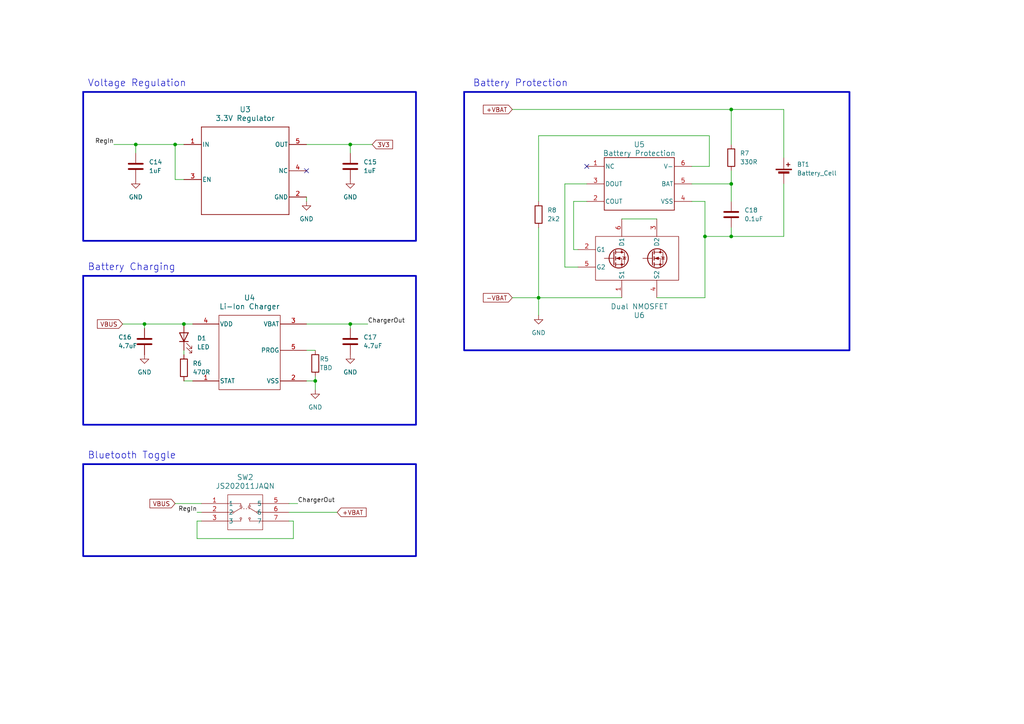
<source format=kicad_sch>
(kicad_sch (version 20230121) (generator eeschema)
  (paper "A4")
  (title_block (company "Jean-Christophe Gauthier"))
  (lib_symbols
    (symbol "Analog_Macropad_v02:3.3V Regulator" (pin_names (offset 0.254))
      (property "Reference" "U" (at 0 2.54 0))
      (property "Value" "3.3V Regulator" (at 0 0 0))
      (symbol "3.3V Regulator_0_1"
        (polyline (pts (xy -12.7 -12.7) (xy 12.7 -12.7)) (stroke (width 0.2032)))
        (polyline (pts (xy -12.7 12.7) (xy -12.7 -12.7)) (stroke (width 0.2032)))
        (polyline (pts (xy 12.7 -12.7) (xy 12.7 12.7)) (stroke (width 0.2032)))
        (polyline (pts (xy 12.7 12.7) (xy -12.7 12.7)) (stroke (width 0.2032)))
        (pin power_in line (at -17.78 7.62 0) (length 5.08) (name "IN") (number "1"))
        (pin power_in line (at 17.78 -7.62 180) (length 5.08) (name "GND") (number "2"))
        (pin input line (at -17.78 -2.54 0) (length 5.08) (name "EN") (number "3"))
        (pin unspecified line (at 17.78 0 180) (length 5.08) (name "NC") (number "4"))
        (pin power_in line (at 17.78 7.62 180) (length 5.08) (name "OUT") (number "5"))
      )
    )
    (symbol "Analog_Macropad_v02:Battery Protection" (pin_names (offset 0.254))
      (property "Reference" "U" (at 0 12.7 0))
      (property "Value" "Battery Protection" (at 0 10.16 0))
      (symbol "Battery Protection_0_1"
        (polyline (pts (xy -10.16 -7.62) (xy 10.16 -7.62)) (stroke (width 0.2032)))
        (polyline (pts (xy -10.16 7.62) (xy -10.16 -7.62)) (stroke (width 0.2032)))
        (polyline (pts (xy 10.16 -7.62) (xy 10.16 7.62)) (stroke (width 0.2032)))
        (polyline (pts (xy 10.16 7.62) (xy -10.16 7.62)) (stroke (width 0.2032)))
        (pin unspecified line (at -15.24 5.08 0) (length 5.08) (name "NC") (number "1"))
        (pin output line (at -15.24 -5.08 0) (length 5.08) (name "COUT") (number "2"))
        (pin output line (at -15.24 0 0) (length 5.08) (name "DOUT") (number "3"))
        (pin power_in line (at 15.24 -5.08 180) (length 5.08) (name "VSS") (number "4"))
        (pin power_in line (at 15.24 0 180) (length 5.08) (name "BAT") (number "5"))
        (pin bidirectional line (at 15.24 5.08 180) (length 5.08) (name "V-") (number "6"))
      )
    )
    (symbol "Analog_Macropad_v02:Dual NMOSFET" (pin_names (offset 0.254))
      (property "Reference" "U" (at 6.35 10.16 0))
      (property "Value" "Dual NMOSFET" (at 13.97 7.62 0))
      (symbol "Dual NMOSFET_0_1"
        (circle (center -5.969 0) (radius 2.794) (stroke (width 0.254)))
        (circle (center -5.08 -1.778) (radius 0.254) (fill (type outline)))
        (circle (center -5.08 1.778) (radius 0.254) (fill (type outline)))
        (polyline (pts (xy -7.366 0) (xy -10.16 0)))
        (polyline (pts (xy -7.366 1.905) (xy -7.366 -1.905)) (stroke (width 0.254)))
        (polyline (pts (xy -6.858 -1.27) (xy -6.858 -2.286)) (stroke (width 0.254)))
        (polyline (pts (xy -6.858 0.508) (xy -6.858 -0.508)) (stroke (width 0.254)))
        (polyline (pts (xy -6.858 2.286) (xy -6.858 1.27)) (stroke (width 0.254)))
        (polyline (pts (xy -5.08 2.54) (xy -5.08 1.778)))
        (polyline (pts (xy 3.81 0) (xy 1.016 0)))
        (polyline (pts (xy 3.81 1.905) (xy 3.81 -1.905)) (stroke (width 0.254)))
        (polyline (pts (xy 4.318 -1.27) (xy 4.318 -2.286)) (stroke (width 0.254)))
        (polyline (pts (xy 4.318 0.508) (xy 4.318 -0.508)) (stroke (width 0.254)))
        (polyline (pts (xy 4.318 2.286) (xy 4.318 1.27)) (stroke (width 0.254)))
        (polyline (pts (xy 6.096 2.54) (xy 6.096 1.778)))
        (polyline (pts (xy -5.08 -2.54) (xy -5.08 0) (xy -6.858 0)))
        (polyline (pts (xy 6.096 -2.54) (xy 6.096 0) (xy 4.318 0)))
        (polyline (pts (xy -6.858 -1.778) (xy -4.318 -1.778) (xy -4.318 1.778) (xy -6.858 1.778)))
        (polyline (pts (xy -6.604 0) (xy -5.588 0.381) (xy -5.588 -0.381) (xy -6.604 0)) (fill (type outline)))
        (polyline (pts (xy -4.826 0.508) (xy -4.699 0.381) (xy -3.937 0.381) (xy -3.81 0.254)))
        (polyline (pts (xy -4.318 0.381) (xy -4.699 -0.254) (xy -3.937 -0.254) (xy -4.318 0.381)))
        (polyline (pts (xy 4.318 -1.778) (xy 6.858 -1.778) (xy 6.858 1.778) (xy 4.318 1.778)))
        (polyline (pts (xy 4.572 0) (xy 5.588 0.381) (xy 5.588 -0.381) (xy 4.572 0)) (fill (type outline)))
        (polyline (pts (xy 6.35 0.508) (xy 6.477 0.381) (xy 7.239 0.381) (xy 7.366 0.254)))
        (polyline (pts (xy 6.858 0.381) (xy 6.477 -0.254) (xy 7.239 -0.254) (xy 6.858 0.381)))
        (circle (center 5.207 0) (radius 2.794) (stroke (width 0.254)))
        (circle (center 6.096 -1.778) (radius 0.254) (fill (type outline)))
        (circle (center 6.096 1.778) (radius 0.254) (fill (type outline)))
      )
      (symbol "Dual NMOSFET_1_1"
        (rectangle (start -12.7 6.35) (end 11.43 -6.35))
        (pin unspecified line (at -5.08 -11.43 90) (length 5.08) (name "S1") (number "1"))
        (pin unspecified line (at -17.78 2.54 0) (length 5.08) (name "G1") (number "2"))
        (pin unspecified line (at 5.08 11.43 270) (length 5.08) (name "D2") (number "3"))
        (pin unspecified line (at 5.08 -11.43 90) (length 5.08) (name "S2") (number "4"))
        (pin unspecified line (at -17.78 -2.54 0) (length 5.08) (name "G2") (number "5"))
        (pin unspecified line (at -5.08 11.43 270) (length 5.08) (name "D1") (number "6"))
      )
    )
    (symbol "Analog_Macropad_v02:JS202011JAQN" (pin_names (offset 0.254))
      (property "Reference" "SW" (at 12.7 7.62 0))
      (property "Value" "JS202011JAQN" (at 12.7 5.08 0))
      (symbol "JS202011JAQN_0_1"
        (polyline (pts (xy 7.62 -7.62) (xy 17.78 -7.62)) (stroke (width 0.127)))
        (polyline (pts (xy 7.62 -5.08) (xy 11.43 -5.08)) (stroke (width 0.127)))
        (polyline (pts (xy 7.62 -2.54) (xy 8.89 -2.54)) (stroke (width 0.127)))
        (polyline (pts (xy 7.62 0) (xy 11.43 0)) (stroke (width 0.127)))
        (polyline (pts (xy 7.62 2.54) (xy 7.62 -7.62)) (stroke (width 0.127)))
        (polyline (pts (xy 9.398 -2.54) (xy 11.938 -1.016)) (stroke (width 0.127)))
        (polyline (pts (xy 11.43 -4.572) (xy 11.43 -5.08)) (stroke (width 0.127)))
        (polyline (pts (xy 11.43 -1.524) (xy 11.684 -1.524)) (stroke (width 0.127)))
        (polyline (pts (xy 11.43 0) (xy 11.43 -0.508)) (stroke (width 0.127)))
        (polyline (pts (xy 12.192 -1.524) (xy 12.446 -1.524)) (stroke (width 0.127)))
        (polyline (pts (xy 12.954 -1.524) (xy 13.208 -1.524)) (stroke (width 0.127)))
        (polyline (pts (xy 13.716 -1.524) (xy 13.97 -1.524)) (stroke (width 0.127)))
        (polyline (pts (xy 13.97 -4.572) (xy 13.97 -5.08)) (stroke (width 0.127)))
        (polyline (pts (xy 13.97 0) (xy 13.97 -0.508)) (stroke (width 0.127)))
        (polyline (pts (xy 16.002 -2.54) (xy 13.462 -1.016)) (stroke (width 0.127)))
        (polyline (pts (xy 17.78 -7.62) (xy 17.78 2.54)) (stroke (width 0.127)))
        (polyline (pts (xy 17.78 -5.08) (xy 13.97 -5.08)) (stroke (width 0.127)))
        (polyline (pts (xy 17.78 -2.54) (xy 16.51 -2.54)) (stroke (width 0.127)))
        (polyline (pts (xy 17.78 0) (xy 13.97 0)) (stroke (width 0.127)))
        (polyline (pts (xy 17.78 2.54) (xy 7.62 2.54)) (stroke (width 0.127)))
        (circle (center 9.144 -2.54) (radius 0.254) (stroke (width 0.127)))
        (circle (center 11.43 -4.318) (radius 0.254) (stroke (width 0.127)))
        (circle (center 11.43 -0.762) (radius 0.254) (stroke (width 0.127)))
        (circle (center 13.97 -4.318) (radius 0.254) (stroke (width 0.127)))
        (circle (center 13.97 -0.762) (radius 0.254) (stroke (width 0.127)))
        (circle (center 16.256 -2.54) (radius 0.254) (stroke (width 0.127)))
        (pin unspecified line (at 0 0 0) (length 7.62) (name "1") (number "1"))
        (pin unspecified line (at 0 -2.54 0) (length 7.62) (name "2") (number "2"))
        (pin unspecified line (at 0 -5.08 0) (length 7.62) (name "3") (number "3"))
        (pin unspecified line (at 25.4 0 180) (length 7.62) (name "5") (number "5"))
        (pin unspecified line (at 25.4 -2.54 180) (length 7.62) (name "6") (number "6"))
        (pin unspecified line (at 25.4 -5.08 180) (length 7.62) (name "7") (number "7"))
      )
    )
    (symbol "Analog_Macropad_v02:Li-Ion Charger" (pin_names (offset 0.254))
      (property "Reference" "U" (at 0 15.24 0))
      (property "Value" "Li-Ion Charger" (at 0 12.7 0))
      (symbol "Li-Ion Charger_0_1"
        (pin unspecified line (at -16.51 -8.89 0) (length 7.62) (name "STAT") (number "1"))
        (pin unspecified line (at 16.51 -8.89 180) (length 7.62) (name "VSS") (number "2"))
        (pin unspecified line (at 16.51 7.62 180) (length 7.62) (name "VBAT") (number "3"))
        (pin unspecified line (at -16.51 7.62 0) (length 7.62) (name "VDD") (number "4"))
        (pin unspecified line (at 16.51 0 180) (length 7.62) (name "PROG") (number "5"))
      )
      (symbol "Li-Ion Charger_1_1"
        (rectangle (start -8.89 10.16) (end 8.89 -11.43))
      )
    )
    (symbol "Device:Battery_Cell" (pin_numbers hide) (pin_names (offset 0) hide)
      (property "Reference" "BT" (at 2.54 2.54 0))
      (property "Value" "Battery_Cell" (at 2.54 0 0))
      (symbol "Battery_Cell_0_1"
        (rectangle (start -2.286 1.778) (end 2.286 1.524) (fill (type outline)))
        (rectangle (start -1.524 1.016) (end 1.524 0.508) (fill (type outline)))
        (polyline (pts (xy 0 0.762) (xy 0 0)))
        (polyline (pts (xy 0 1.778) (xy 0 2.54)))
        (polyline (pts (xy 0.762 3.048) (xy 1.778 3.048)) (stroke (width 0.254)))
        (polyline (pts (xy 1.27 3.556) (xy 1.27 2.54)) (stroke (width 0.254)))
      )
      (symbol "Battery_Cell_1_1"
        (pin passive line (at 0 5.08 270) (length 2.54) (name "+") (number "1"))
        (pin passive line (at 0 -2.54 90) (length 2.54) (name "-") (number "2"))
      )
    )
    (symbol "Device:C" (pin_numbers hide) (pin_names (offset 0.254))
      (property "Reference" "C" (at 0.635 2.54 0))
      (property "Value" "C" (at 0.635 -2.54 0))
      (symbol "C_0_1"
        (polyline (pts (xy -2.032 -0.762) (xy 2.032 -0.762)) (stroke (width 0.508)))
        (polyline (pts (xy -2.032 0.762) (xy 2.032 0.762)) (stroke (width 0.508)))
      )
      (symbol "C_1_1"
        (pin passive line (at 0 3.81 270) (length 2.794) (name "~") (number "1"))
        (pin passive line (at 0 -3.81 90) (length 2.794) (name "~") (number "2"))
      )
    )
    (symbol "Device:LED" (pin_numbers hide) (pin_names (offset 1.016) hide)
      (property "Reference" "D" (at 0 2.54 0))
      (property "Value" "LED" (at 0 -2.54 0))
      (symbol "LED_0_1"
        (polyline (pts (xy -1.27 -1.27) (xy -1.27 1.27)) (stroke (width 0.254)))
        (polyline (pts (xy -1.27 0) (xy 1.27 0)))
        (polyline (pts (xy 1.27 -1.27) (xy 1.27 1.27) (xy -1.27 0) (xy 1.27 -1.27)) (stroke (width 0.254)))
        (polyline (pts (xy -3.048 -0.762) (xy -4.572 -2.286) (xy -3.81 -2.286) (xy -4.572 -2.286) (xy -4.572 -1.524)))
        (polyline (pts (xy -1.778 -0.762) (xy -3.302 -2.286) (xy -2.54 -2.286) (xy -3.302 -2.286) (xy -3.302 -1.524)))
      )
      (symbol "LED_1_1"
        (pin passive line (at -3.81 0 0) (length 2.54) (name "K") (number "1"))
        (pin passive line (at 3.81 0 180) (length 2.54) (name "A") (number "2"))
      )
    )
    (symbol "Device:R" (pin_numbers hide) (pin_names (offset 0))
      (property "Reference" "R" (at 2.032 0 90))
      (property "Value" "R" (at 0 0 90))
      (symbol "R_0_1"
        (rectangle (start -1.016 -2.54) (end 1.016 2.54) (stroke (width 0.254)))
      )
      (symbol "R_1_1"
        (pin passive line (at 0 3.81 270) (length 1.27) (name "~") (number "1"))
        (pin passive line (at 0 -3.81 90) (length 1.27) (name "~") (number "2"))
      )
    )
    (symbol "power:GND" (power) (pin_names (offset 0))
      (property "Value" "GND" (at 0 -3.81 0))
      (symbol "GND_0_1"
        (polyline (pts (xy 0 0) (xy 0 -1.27) (xy 1.27 -1.27) (xy 0 -2.54) (xy -1.27 -1.27) (xy 0 -1.27)))
      )
      (symbol "GND_1_1"
        (pin power_in line (at 0 0 270) (length 0) hide (name "GND") (number "1"))
      )
    )
  )
  (junction (at 91.44 110.49))
  (junction (at 204.47 68.58))
  (junction (at 101.6 41.91))
  (junction (at 212.09 53.34))
  (junction (at 41.91 93.98))
  (junction (at 39.37 41.91))
  (junction (at 212.09 31.75))
  (junction (at 50.8 41.91))
  (junction (at 156.21 86.36))
  (junction (at 53.34 93.98))
  (junction (at 101.6 93.98))
  (junction (at 212.09 68.58))
  (no_connect (at 170.18 48.26))
  (no_connect (at 88.9 49.53))
  (wire (pts (xy 53.34 93.98) (xy 55.88 93.98)))
  (wire (pts (xy 101.6 93.98) (xy 101.6 95.25)))
  (wire (pts (xy 170.18 58.42) (xy 166.37 58.42)))
  (wire (pts (xy 156.21 39.37) (xy 156.21 58.42)))
  (wire (pts (xy 101.6 41.91) (xy 107.95 41.91)))
  (wire (pts (xy 200.66 48.26) (xy 205.74 48.26)))
  (wire (pts (xy 212.09 31.75) (xy 212.09 41.91)))
  (wire (pts (xy 53.34 52.07) (xy 50.8 52.07)))
  (wire (pts (xy 41.91 93.98) (xy 53.34 93.98)))
  (wire (pts (xy 204.47 68.58) (xy 212.09 68.58)))
  (wire (pts (xy 35.56 93.98) (xy 41.91 93.98)))
  (wire (pts (xy 101.6 41.91) (xy 101.6 44.45)))
  (wire (pts (xy 97.79 148.59) (xy 83.82 148.59)))
  (wire (pts (xy 88.9 110.49) (xy 91.44 110.49)))
  (wire (pts (xy 88.9 93.98) (xy 101.6 93.98)))
  (wire (pts (xy 212.09 53.34) (xy 212.09 58.42)))
  (wire (pts (xy 83.82 146.05) (xy 86.36 146.05)))
  (wire (pts (xy 212.09 66.04) (xy 212.09 68.58)))
  (wire (pts (xy 204.47 86.36) (xy 204.47 68.58)))
  (wire (pts (xy 170.18 53.34) (xy 163.83 53.34)))
  (wire (pts (xy 88.9 41.91) (xy 101.6 41.91)))
  (wire (pts (xy 190.5 86.36) (xy 204.47 86.36)))
  (wire (pts (xy 200.66 58.42) (xy 204.47 58.42)))
  (wire (pts (xy 50.8 41.91) (xy 50.8 52.07)))
  (wire (pts (xy 88.9 57.15) (xy 88.9 58.42)))
  (wire (pts (xy 91.44 110.49) (xy 91.44 109.22)))
  (wire (pts (xy 50.8 146.05) (xy 58.42 146.05)))
  (wire (pts (xy 85.09 151.13) (xy 85.09 156.21)))
  (wire (pts (xy 39.37 44.45) (xy 39.37 41.91)))
  (wire (pts (xy 41.91 93.98) (xy 41.91 95.25)))
  (wire (pts (xy 83.82 151.13) (xy 85.09 151.13)))
  (wire (pts (xy 180.34 63.5) (xy 190.5 63.5)))
  (wire (pts (xy 57.15 156.21) (xy 57.15 151.13)))
  (wire (pts (xy 148.59 86.36) (xy 156.21 86.36)))
  (wire (pts (xy 205.74 48.26) (xy 205.74 39.37)))
  (wire (pts (xy 167.64 77.47) (xy 163.83 77.47)))
  (wire (pts (xy 227.33 53.34) (xy 227.33 68.58)))
  (wire (pts (xy 148.59 31.75) (xy 212.09 31.75)))
  (wire (pts (xy 85.09 156.21) (xy 57.15 156.21)))
  (wire (pts (xy 212.09 49.53) (xy 212.09 53.34)))
  (wire (pts (xy 166.37 72.39) (xy 167.64 72.39)))
  (wire (pts (xy 212.09 31.75) (xy 227.33 31.75)))
  (wire (pts (xy 163.83 53.34) (xy 163.83 77.47)))
  (wire (pts (xy 212.09 68.58) (xy 227.33 68.58)))
  (wire (pts (xy 204.47 58.42) (xy 204.47 68.58)))
  (wire (pts (xy 205.74 39.37) (xy 156.21 39.37)))
  (wire (pts (xy 156.21 86.36) (xy 180.34 86.36)))
  (wire (pts (xy 53.34 101.6) (xy 53.34 102.87)))
  (wire (pts (xy 227.33 45.72) (xy 227.33 31.75)))
  (wire (pts (xy 57.15 148.59) (xy 58.42 148.59)))
  (wire (pts (xy 166.37 58.42) (xy 166.37 72.39)))
  (wire (pts (xy 39.37 41.91) (xy 50.8 41.91)))
  (wire (pts (xy 200.66 53.34) (xy 212.09 53.34)))
  (wire (pts (xy 50.8 41.91) (xy 53.34 41.91)))
  (wire (pts (xy 101.6 93.98) (xy 106.68 93.98)))
  (wire (pts (xy 53.34 110.49) (xy 55.88 110.49)))
  (wire (pts (xy 91.44 110.49) (xy 91.44 113.03)))
  (wire (pts (xy 33.02 41.91) (xy 39.37 41.91)))
  (wire (pts (xy 156.21 86.36) (xy 156.21 66.04)))
  (wire (pts (xy 156.21 86.36) (xy 156.21 91.44)))
  (wire (pts (xy 57.15 151.13) (xy 58.42 151.13)))
  (wire (pts (xy 88.9 101.6) (xy 91.44 101.6)))
  (rectangle (start 24.13 26.67) (end 120.65 69.85) (stroke (width 0.5)))
  (rectangle (start 24.13 80.01) (end 120.65 123.19) (stroke (width 0.5)))
  (rectangle (start 24.13 134.62) (end 120.65 161.29) (stroke (width 0.5)))
  (rectangle (start 134.62 26.67) (end 246.38 101.6) (stroke (width 0.5)))
  (text "Bluetooth Toggle" (at 25.4 133.35 0) (effects (font (size 2 2)) (justify left bottom)))
  (text "Battery Charging" (at 25.4 78.74 0) (effects (font (size 2 2)) (justify left bottom)))
  (text "Voltage Regulation" (at 25.4 25.4 0) (effects (font (size 2 2)) (justify left bottom)))
  (text "Battery Protection" (at 137.16 25.4 0) (effects (font (size 2 2)) (justify left bottom)))
  (label "ChargerOut" (at 86.36 146.05 0))
  (label "RegIn" (at 57.15 148.59 180))
  (label "RegIn" (at 33.02 41.91 180))
  (label "ChargerOut" (at 106.68 93.98 0))
  (global_label "-VBAT" (shape input) (at 148.59 86.36 180) (property "Intersheetrefs" "${INTERSHEET_REFS}" (effects hide)))
  (global_label "VBUS" (shape input) (at 35.56 93.98 180) (property "Intersheetrefs" "${INTERSHEET_REFS}" (effects hide)))
  (global_label "VBUS" (shape input) (at 50.8 146.05 180) (property "Intersheetrefs" "${INTERSHEET_REFS}" (effects hide)))
  (global_label "+VBAT" (shape input) (at 148.59 31.75 180) (property "Intersheetrefs" "${INTERSHEET_REFS}" (effects hide)))
  (global_label "+VBAT" (shape input) (at 97.79 148.59 0) (property "Intersheetrefs" "${INTERSHEET_REFS}" (effects hide)))
  (global_label "3V3" (shape input) (at 107.95 41.91 0) (property "Intersheetrefs" "${INTERSHEET_REFS}" (effects hide)))
  (symbol (lib_id "Device:C") (at 212.09 62.23 0) (unit 1)
    (property "Reference" "C18" (at 215.9 60.96 0) (effects (justify left)))
    (property "Value" "0.1uF" (at 215.9 63.5 0) (effects (justify left)))
  )
  (symbol (lib_id "Device:R") (at 91.44 105.41 0) (unit 1)
    (property "Reference" "R5" (at 92.71 104.14 0) (effects (justify left)))
    (property "Value" "TBD" (at 92.71 106.68 0) (effects (justify left)))
  )
  (symbol (lib_id "power:GND") (at 88.9 58.42 0) (unit 1)
    (property "Reference" "#PWR032" (effects hide))
    (property "Value" "GND" (at 88.9 63.5 0))
  )
  (symbol (lib_id "power:GND") (at 39.37 52.07 0) (unit 1)
    (property "Reference" "#PWR033" (effects hide))
    (property "Value" "GND" (at 39.37 57.15 0))
  )
  (symbol (lib_id "Analog_Macropad_v02:3.3V Regulator") (at 71.12 49.53 0) (unit 1)
    (property "Reference" "U3" (at 71.12 31.75 0) (effects (font (size 1.524 1.524))))
    (property "Value" "3.3V Regulator" (at 71.12 34.29 0) (effects (font (size 1.524 1.524))))
    (property "Footprint" "DBV0005A_N" (effects hide))
    (property "Datasheet" "TLV75533PDBVR" (effects hide))
  )
  (symbol (lib_id "Analog_Macropad_v02:Dual NMOSFET") (at 185.42 74.93 0) (unit 1)
    (property "Reference" "U6" (at 185.42 91.44 0) (effects (font (size 1.524 1.524))))
    (property "Value" "Dual NMOSFET" (at 185.42 88.9 0) (effects (font (size 1.524 1.524))))
    (property "Footprint" "SOT-363   US6_TOS" (effects hide))
    (property "Datasheet" "SSM6N7002KFU_LF" (effects hide))
  )
  (symbol (lib_id "Device:R") (at 212.09 45.72 0) (unit 1)
    (property "Reference" "R7" (at 214.63 44.45 0) (effects (justify left)))
    (property "Value" "330R" (at 214.63 46.99 0) (effects (justify left)))
  )
  (symbol (lib_id "Analog_Macropad_v02:JS202011JAQN") (at 58.42 146.05 0) (unit 1)
    (property "Reference" "SW2" (at 71.12 138.43 0) (effects (font (size 1.524 1.524))))
    (property "Value" "JS202011JAQN" (at 71.12 140.97 0) (effects (font (size 1.524 1.524))))
    (property "Footprint" "JS202011JAQN_CNK" (effects hide))
    (property "Datasheet" "JS202011JAQN" (effects hide))
  )
  (symbol (lib_id "Device:C") (at 101.6 48.26 0) (unit 1)
    (property "Reference" "C15" (at 105.41 46.99 0) (effects (justify left)))
    (property "Value" "1uF" (at 105.41 49.53 0) (effects (justify left)))
  )
  (symbol (lib_id "Device:C") (at 39.37 48.26 0) (unit 1)
    (property "Reference" "C14" (at 43.18 46.99 0) (effects (justify left)))
    (property "Value" "1uF" (at 43.18 49.53 0) (effects (justify left)))
  )
  (symbol (lib_id "power:GND") (at 156.21 91.44 0) (unit 1)
    (property "Reference" "#PWR038" (effects hide))
    (property "Value" "GND" (at 156.21 96.52 0))
  )
  (symbol (lib_id "Device:C") (at 41.91 99.06 0) (unit 1)
    (property "Reference" "C16" (at 34.29 97.79 0) (effects (justify left)))
    (property "Value" "4.7uF" (at 34.29 100.33 0) (effects (justify left)))
  )
  (symbol (lib_id "Device:R") (at 53.34 106.68 0) (unit 1)
    (property "Reference" "R6" (at 55.88 105.41 0) (effects (justify left)))
    (property "Value" "470R" (at 55.88 107.95 0) (effects (justify left)))
  )
  (symbol (lib_id "power:GND") (at 41.91 102.87 0) (unit 1)
    (property "Reference" "#PWR036" (effects hide))
    (property "Value" "GND" (at 41.91 107.95 0))
  )
  (symbol (lib_id "power:GND") (at 91.44 113.03 0) (unit 1)
    (property "Reference" "#PWR035" (effects hide))
    (property "Value" "GND" (at 91.44 118.11 0))
  )
  (symbol (lib_id "Device:C") (at 101.6 99.06 0) (unit 1)
    (property "Reference" "C17" (at 105.41 97.79 0) (effects (justify left)))
    (property "Value" "4.7uF" (at 105.41 100.33 0) (effects (justify left)))
  )
  (symbol (lib_id "Analog_Macropad_v02:Battery Protection") (at 185.42 53.34 0) (unit 1)
    (property "Reference" "U5" (at 185.42 41.91 0) (effects (font (size 1.524 1.524))))
    (property "Value" "Battery Protection" (at 185.42 44.45 0) (effects (font (size 1.524 1.524))))
    (property "Footprint" "DSE0006A" (effects hide))
    (property "Datasheet" "BQ29700DSER" (effects hide))
  )
  (symbol (lib_id "Device:LED") (at 53.34 97.79 90) (unit 1)
    (property "Reference" "D1" (at 57.15 98.1075 90) (effects (justify right)))
    (property "Value" "LED" (at 57.15 100.6475 90) (effects (justify right)))
  )
  (symbol (lib_id "Analog_Macropad_v02:Li-Ion Charger") (at 72.39 101.6 0) (unit 1)
    (property "Reference" "U4" (at 72.39 86.36 0) (effects (font (size 1.524 1.524))))
    (property "Value" "Li-Ion Charger" (at 72.39 88.9 0) (effects (font (size 1.524 1.524))))
    (property "Footprint" "SOT-23-5_MC_MCH" (effects hide))
    (property "Datasheet" "MCP73831T-2ACI/OT" (effects hide))
  )
  (symbol (lib_id "power:GND") (at 101.6 102.87 0) (unit 1)
    (property "Reference" "#PWR037" (effects hide))
    (property "Value" "GND" (at 101.6 107.95 0))
  )
  (symbol (lib_id "power:GND") (at 101.6 52.07 0) (unit 1)
    (property "Reference" "#PWR034" (effects hide))
    (property "Value" "GND" (at 101.6 57.15 0))
  )
  (symbol (lib_id "Device:R") (at 156.21 62.23 0) (unit 1)
    (property "Reference" "R8" (at 158.75 60.96 0) (effects (justify left)))
    (property "Value" "2k2" (at 158.75 63.5 0) (effects (justify left)))
  )
  (symbol (lib_id "Device:Battery_Cell") (at 227.33 50.8 0) (unit 1)
    (property "Reference" "BT1" (at 231.14 47.6885 0) (effects (justify left)))
    (property "Value" "Battery_Cell" (at 231.14 50.2285 0) (effects (justify left)))
  )
)
</source>
